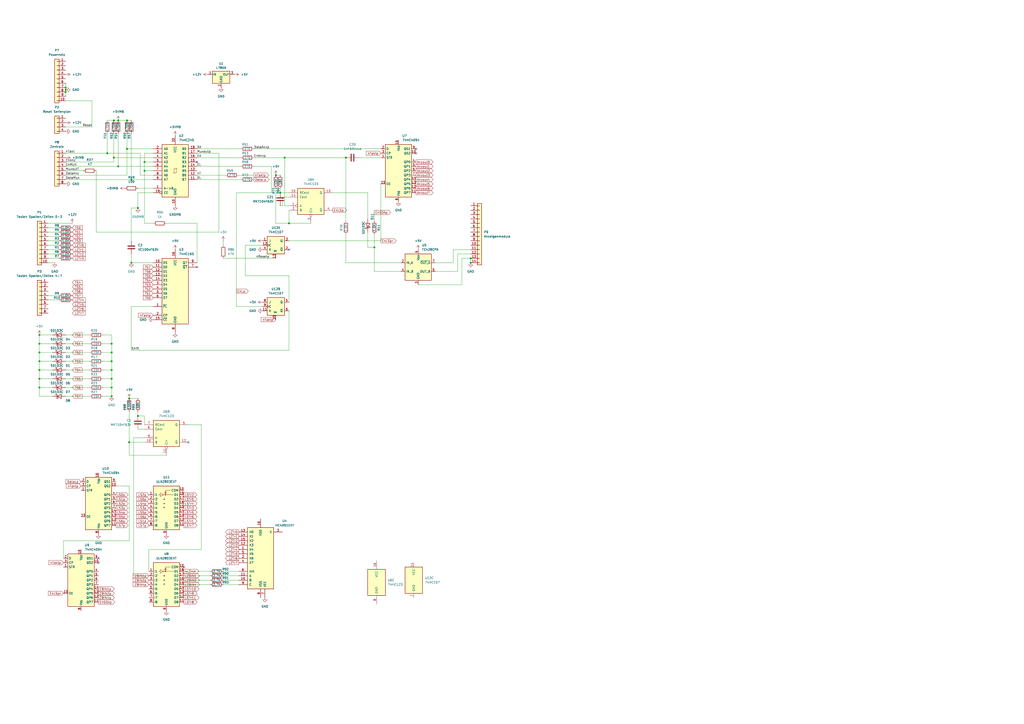
<source format=kicad_sch>
(kicad_sch (version 20250114) (generator "eeschema") (generator_version "9.0")
  (paper "A2")
  (junction (at 22.86 219.71))
  (junction (at 162.56 111.76))
  (junction (at 64.77 219.71))
  (junction (at 22.86 204.47))
  (junction (at 76.2 152.4))
  (junction (at 273.05 149.86))
  (junction (at 64.77 199.39))
  (junction (at 83.82 99.06))
  (junction (at 165.1 91.44))
  (junction (at 38.1 53.34))
  (junction (at 80.01 241.3))
  (junction (at 22.86 209.55))
  (junction (at 73.66 69.85))
  (junction (at 64.77 214.63))
  (junction (at 217.17 143.51))
  (junction (at 74.93 256.54))
  (junction (at 64.77 209.55))
  (junction (at 22.86 214.63))
  (junction (at 160.02 101.6))
  (junction (at 74.93 231.14))
  (junction (at 64.77 204.47))
  (junction (at 66.04 69.85))
  (junction (at 64.77 224.79))
  (junction (at 83.82 93.98))
  (junction (at 200.66 91.44))
  (junction (at 22.86 194.31))
  (junction (at 38.1 52.07))
  (junction (at 80.01 120.65))
  (junction (at 22.86 199.39))
  (junction (at 68.58 96.52))
  (junction (at 64.77 229.87))
  (junction (at 273.05 152.4))
  (junction (at 66.04 91.44))
  (junction (at 167.64 129.54))
  (junction (at 73.66 86.36))
  (junction (at 38.1 50.8))
  (junction (at 22.86 224.79))
  (junction (at 76.2 104.14))
  (junction (at 62.23 88.9))
  (junction (at 68.58 69.85))
  (no_connect (at 114.3 154.94))
  (no_connect (at 106.68 328.93))
  (no_connect (at 241.3 86.36))
  (no_connect (at 241.3 88.9))
  (no_connect (at 57.15 323.85))
  (no_connect (at 109.22 256.54))
  (no_connect (at 167.64 144.78))
  (no_connect (at 57.15 326.39))
  (no_connect (at 114.3 93.98))
  (wire (pts (xy 74.93 238.76) (xy 74.93 256.54)))
  (wire (pts (xy 74.93 231.14) (xy 80.01 231.14)))
  (wire (pts (xy 73.66 101.6) (xy 38.1 101.6)))
  (wire (pts (xy 38.1 96.52) (xy 68.58 96.52)))
  (wire (pts (xy 22.86 209.55) (xy 30.48 209.55)))
  (wire (pts (xy 38.1 194.31) (xy 52.07 194.31)))
  (wire (pts (xy 76.2 104.14) (xy 88.9 104.14)))
  (wire (pts (xy 96.52 129.54) (xy 114.3 129.54)))
  (wire (pts (xy 252.73 157.48) (xy 265.43 157.48)))
  (wire (pts (xy 67.31 281.94) (xy 74.93 281.94)))
  (wire (pts (xy 167.64 114.3) (xy 163.83 114.3)))
  (wire (pts (xy 55.88 99.06) (xy 55.88 134.62)))
  (wire (pts (xy 41.91 129.54) (xy 27.94 129.54)))
  (wire (pts (xy 83.82 99.06) (xy 83.82 129.54)))
  (wire (pts (xy 74.93 281.94) (xy 74.93 313.69)))
  (wire (pts (xy 22.86 204.47) (xy 22.86 199.39)))
  (wire (pts (xy 62.23 69.85) (xy 66.04 69.85)))
  (wire (pts (xy 22.86 194.31) (xy 30.48 194.31)))
  (wire (pts (xy 213.36 111.76) (xy 193.04 111.76)))
  (wire (pts (xy 30.48 229.87) (xy 22.86 229.87)))
  (wire (pts (xy 96.52 264.16) (xy 74.93 264.16)))
  (wire (pts (xy 165.1 91.44) (xy 147.32 91.44)))
  (wire (pts (xy 127 88.9) (xy 114.3 88.9)))
  (wire (pts (xy 22.86 224.79) (xy 30.48 224.79)))
  (wire (pts (xy 59.69 214.63) (xy 64.77 214.63)))
  (wire (pts (xy 59.69 204.47) (xy 64.77 204.47)))
  (wire (pts (xy 167.64 119.38) (xy 165.1 119.38)))
  (wire (pts (xy 127 134.62) (xy 127 88.9)))
  (wire (pts (xy 38.1 204.47) (xy 52.07 204.47)))
  (wire (pts (xy 66.04 69.85) (xy 68.58 69.85)))
  (wire (pts (xy 160.02 109.22) (xy 160.02 129.54)))
  (wire (pts (xy 66.04 91.44) (xy 88.9 91.44)))
  (wire (pts (xy 167.64 180.34) (xy 167.64 203.2)))
  (wire (pts (xy 22.86 199.39) (xy 22.86 194.31)))
  (wire (pts (xy 217.17 123.19) (xy 217.17 128.27)))
  (wire (pts (xy 152.4 142.24) (xy 142.24 142.24)))
  (wire (pts (xy 68.58 96.52) (xy 88.9 96.52)))
  (wire (pts (xy 22.86 204.47) (xy 30.48 204.47)))
  (wire (pts (xy 38.1 219.71) (xy 52.07 219.71)))
  (wire (pts (xy 66.04 93.98) (xy 66.04 91.44)))
  (wire (pts (xy 86.36 318.77) (xy 86.36 331.47)))
  (wire (pts (xy 73.66 86.36) (xy 73.66 101.6)))
  (wire (pts (xy 163.83 114.3) (xy 163.83 119.38)))
  (wire (pts (xy 64.77 224.79) (xy 64.77 219.71)))
  (wire (pts (xy 80.01 111.76) (xy 80.01 120.65)))
  (wire (pts (xy 64.77 209.55) (xy 64.77 204.47)))
  (wire (pts (xy 80.01 248.92) (xy 83.82 248.92)))
  (wire (pts (xy 36.83 313.69) (xy 36.83 323.85)))
  (wire (pts (xy 83.82 129.54) (xy 88.9 129.54)))
  (wire (pts (xy 88.9 88.9) (xy 83.82 88.9)))
  (wire (pts (xy 22.86 224.79) (xy 22.86 219.71)))
  (wire (pts (xy 76.2 77.47) (xy 76.2 104.14)))
  (wire (pts (xy 76.2 139.7) (xy 76.2 120.65)))
  (wire (pts (xy 27.94 149.86) (xy 34.29 149.86)))
  (wire (pts (xy 22.86 199.39) (xy 30.48 199.39)))
  (wire (pts (xy 38.1 93.98) (xy 66.04 93.98)))
  (wire (pts (xy 66.04 77.47) (xy 66.04 91.44)))
  (wire (pts (xy 232.41 152.4) (xy 200.66 152.4)))
  (wire (pts (xy 27.94 173.99) (xy 34.29 173.99)))
  (wire (pts (xy 27.94 147.32) (xy 34.29 147.32)))
  (wire (pts (xy 163.83 119.38) (xy 162.56 119.38)))
  (wire (pts (xy 38.1 48.26) (xy 38.1 50.8)))
  (wire (pts (xy 262.89 144.78) (xy 262.89 152.4)))
  (wire (pts (xy 88.9 111.76) (xy 80.01 111.76)))
  (wire (pts (xy 116.84 318.77) (xy 86.36 318.77)))
  (wire (pts (xy 200.66 152.4) (xy 200.66 135.89)))
  (wire (pts (xy 27.94 171.45) (xy 34.29 171.45)))
  (wire (pts (xy 76.2 177.8) (xy 88.9 177.8)))
  (wire (pts (xy 27.94 132.08) (xy 34.29 132.08)))
  (wire (pts (xy 160.02 101.6) (xy 162.56 101.6)))
  (wire (pts (xy 38.1 50.8) (xy 38.1 52.07)))
  (wire (pts (xy 142.24 160.02) (xy 167.64 160.02)))
  (wire (pts (xy 217.17 135.89) (xy 217.17 143.51)))
  (wire (pts (xy 114.3 96.52) (xy 139.7 96.52)))
  (wire (pts (xy 165.1 119.38) (xy 165.1 91.44)))
  (wire (pts (xy 129.54 139.7) (xy 129.54 142.24)))
  (wire (pts (xy 64.77 229.87) (xy 64.77 224.79)))
  (wire (pts (xy 59.69 224.79) (xy 64.77 224.79)))
  (wire (pts (xy 59.69 209.55) (xy 64.77 209.55)))
  (wire (pts (xy 22.86 229.87) (xy 22.86 224.79)))
  (wire (pts (xy 267.97 149.86) (xy 273.05 149.86)))
  (wire (pts (xy 83.82 93.98) (xy 83.82 99.06)))
  (wire (pts (xy 267.97 165.1) (xy 267.97 149.86)))
  (wire (pts (xy 73.66 69.85) (xy 76.2 69.85)))
  (wire (pts (xy 147.32 101.6) (xy 138.43 101.6)))
  (wire (pts (xy 62.23 88.9) (xy 38.1 88.9)))
  (wire (pts (xy 180.34 129.54) (xy 167.64 129.54)))
  (wire (pts (xy 242.57 165.1) (xy 267.97 165.1)))
  (wire (pts (xy 83.82 241.3) (xy 80.01 241.3)))
  (wire (pts (xy 208.28 91.44) (xy 220.98 91.44)))
  (wire (pts (xy 38.1 229.87) (xy 52.07 229.87)))
  (wire (pts (xy 38.1 53.34) (xy 38.1 55.88)))
  (wire (pts (xy 68.58 69.85) (xy 73.66 69.85)))
  (wire (pts (xy 80.01 238.76) (xy 80.01 241.3)))
  (wire (pts (xy 80.01 109.22) (xy 88.9 109.22)))
  (wire (pts (xy 83.82 254) (xy 77.47 254)))
  (wire (pts (xy 38.1 52.07) (xy 38.1 53.34)))
  (wire (pts (xy 213.36 127) (xy 213.36 111.76)))
  (wire (pts (xy 129.54 149.86) (xy 160.02 149.86)))
  (wire (pts (xy 217.17 143.51) (xy 213.36 143.51)))
  (wire (pts (xy 55.88 134.62) (xy 127 134.62)))
  (wire (pts (xy 27.94 144.78) (xy 34.29 144.78)))
  (wire (pts (xy 265.43 147.32) (xy 273.05 147.32)))
  (wire (pts (xy 167.64 160.02) (xy 167.64 175.26)))
  (wire (pts (xy 74.93 264.16) (xy 74.93 256.54)))
  (wire (pts (xy 217.17 157.48) (xy 232.41 157.48)))
  (wire (pts (xy 217.17 143.51) (xy 217.17 157.48)))
  (wire (pts (xy 83.82 99.06) (xy 88.9 99.06)))
  (wire (pts (xy 114.3 91.44) (xy 139.7 91.44)))
  (wire (pts (xy 22.86 219.71) (xy 30.48 219.71)))
  (wire (pts (xy 160.02 129.54) (xy 167.64 129.54)))
  (wire (pts (xy 53.34 73.66) (xy 53.34 58.42)))
  (wire (pts (xy 53.34 58.42) (xy 38.1 58.42)))
  (wire (pts (xy 106.68 331.47) (xy 121.92 331.47)))
  (wire (pts (xy 147.32 86.36) (xy 220.98 86.36)))
  (wire (pts (xy 22.86 219.71) (xy 22.86 214.63)))
  (wire (pts (xy 76.2 147.32) (xy 76.2 152.4)))
  (wire (pts (xy 88.9 86.36) (xy 73.66 86.36)))
  (wire (pts (xy 38.1 99.06) (xy 48.26 99.06)))
  (wire (pts (xy 165.1 91.44) (xy 200.66 91.44)))
  (wire (pts (xy 83.82 93.98) (xy 88.9 93.98)))
  (wire (pts (xy 265.43 157.48) (xy 265.43 147.32)))
  (wire (pts (xy 114.3 129.54) (xy 114.3 152.4)))
  (wire (pts (xy 137.16 177.8) (xy 137.16 111.76)))
  (wire (pts (xy 22.86 209.55) (xy 22.86 204.47)))
  (wire (pts (xy 27.94 134.62) (xy 34.29 134.62)))
  (wire (pts (xy 76.2 152.4) (xy 88.9 152.4)))
  (wire (pts (xy 76.2 203.2) (xy 76.2 177.8)))
  (wire (pts (xy 106.68 336.55) (xy 121.92 336.55)))
  (wire (pts (xy 220.98 106.68) (xy 220.98 139.7)))
  (wire (pts (xy 114.3 86.36) (xy 139.7 86.36)))
  (wire (pts (xy 81.28 88.9) (xy 62.23 88.9)))
  (wire (pts (xy 64.77 199.39) (xy 64.77 194.31)))
  (wire (pts (xy 137.16 111.76) (xy 157.48 111.76)))
  (wire (pts (xy 152.4 177.8) (xy 137.16 177.8)))
  (wire (pts (xy 64.77 214.63) (xy 64.77 209.55)))
  (wire (pts (xy 213.36 143.51) (xy 213.36 134.62)))
  (wire (pts (xy 109.22 246.38) (xy 116.84 246.38)))
  (wire (pts (xy 59.69 199.39) (xy 64.77 199.39)))
  (wire (pts (xy 157.48 111.76) (xy 157.48 96.52)))
  (wire (pts (xy 27.94 137.16) (xy 34.29 137.16)))
  (wire (pts (xy 68.58 77.47) (xy 68.58 96.52)))
  (wire (pts (xy 62.23 77.47) (xy 62.23 88.9)))
  (wire (pts (xy 77.47 254) (xy 77.47 334.01)))
  (wire (pts (xy 129.54 334.01) (xy 138.43 334.01)))
  (wire (pts (xy 74.93 313.69) (xy 36.83 313.69)))
  (wire (pts (xy 38.1 199.39) (xy 52.07 199.39)))
  (wire (pts (xy 167.64 111.76) (xy 162.56 111.76)))
  (wire (pts (xy 167.64 129.54) (xy 167.64 121.92)))
  (wire (pts (xy 74.93 256.54) (xy 83.82 256.54)))
  (wire (pts (xy 22.86 214.63) (xy 22.86 209.55)))
  (wire (pts (xy 38.1 224.79) (xy 52.07 224.79)))
  (wire (pts (xy 114.3 104.14) (xy 139.7 104.14)))
  (wire (pts (xy 38.1 214.63) (xy 52.07 214.63)))
  (wire (pts (xy 83.82 88.9) (xy 83.82 93.98)))
  (wire (pts (xy 220.98 139.7) (xy 167.64 139.7)))
  (wire (pts (xy 200.66 91.44) (xy 200.66 128.27)))
  (wire (pts (xy 88.9 101.6) (xy 81.28 101.6)))
  (wire (pts (xy 64.77 194.31) (xy 59.69 194.31)))
  (wire (pts (xy 162.56 111.76) (xy 162.56 109.22)))
  (wire (pts (xy 27.94 142.24) (xy 34.29 142.24)))
  (wire (pts (xy 81.28 101.6) (xy 81.28 88.9)))
  (wire (pts (xy 38.1 73.66) (xy 53.34 73.66)))
  (wire (pts (xy 38.1 104.14) (xy 76.2 104.14)))
  (wire (pts (xy 273.05 144.78) (xy 262.89 144.78)))
  (wire (pts (xy 73.66 77.47) (xy 73.66 86.36)))
  (wire (pts (xy 64.77 219.71) (xy 64.77 214.63)))
  (wire (pts (xy 116.84 246.38) (xy 116.84 318.77)))
  (wire (pts (xy 142.24 142.24) (xy 142.24 160.02)))
  (wire (pts (xy 114.3 101.6) (xy 130.81 101.6)))
  (wire (pts (xy 273.05 149.86) (xy 273.05 152.4)))
  (wire (pts (xy 106.68 339.09) (xy 121.92 339.09)))
  (wire (pts (xy 129.54 336.55) (xy 138.43 336.55)))
  (wire (pts (xy 27.94 152.4) (xy 31.75 152.4)))
  (wire (pts (xy 129.54 331.47) (xy 138.43 331.47)))
  (wire (pts (xy 106.68 334.01) (xy 121.92 334.01)))
  (wire (pts (xy 64.77 204.47) (xy 64.77 199.39)))
  (wire (pts (xy 38.1 209.55) (xy 52.07 209.55)))
  (wire (pts (xy 59.69 219.71) (xy 64.77 219.71)))
  (wire (pts (xy 77.47 334.01) (xy 86.36 334.01)))
  (wire (pts (xy 83.82 246.38) (xy 83.82 241.3)))
  (wire (pts (xy 59.69 229.87) (xy 64.77 229.87)))
  (wire (pts (xy 157.48 96.52) (xy 147.32 96.52)))
  (wire (pts (xy 76.2 120.65) (xy 80.01 120.65)))
  (wire (pts (xy 167.64 203.2) (xy 76.2 203.2)))
  (wire (pts (xy 27.94 139.7) (xy 34.29 139.7)))
  (wire (pts (xy 262.89 152.4) (xy 252.73 152.4)))
  (wire (pts (xy 129.54 339.09) (xy 138.43 339.09)))
  (wire (pts (xy 22.86 214.63) (xy 30.48 214.63)))
  (label "EnAnz" (at 38.1 93.98 0))
  (label "EnAnzp" (at 147.32 91.44 0))
  (label "nTakt" (at 38.1 88.9 0))
  (label "MuxoutT" (at 38.1 99.06 0))
  (label "EnMUX" (at 38.1 96.52 0))
  (label "Reset" (at 53.34 73.66 180))
  (label "nT" (at 114.3 101.6 0))
  (label "Muxoutp" (at 114.3 88.9 0))
  (label "nResetp" (at 156.21 149.86 180))
  (label "DL" (at 114.3 104.14 0))
  (label "DataMux" (at 38.1 104.14 0))
  (label "Shift" (at 76.2 203.2 0))
  (label "DataAnzp" (at 147.32 86.36 0))
  (label "EA" (at 114.3 91.44 0))
  (label "DataAnz" (at 38.1 101.6 0))
  (label "EL" (at 114.3 96.52 0))
  (label "DA" (at 114.3 86.36 0))
  (global_label "LSTr6" (shape output) (at 106.68 299.72 0) (property "Intersheetrefs" "${INTERSHEET_REFS}" (effects (hide yes))))
  (global_label "LS4p" (shape output) (at 67.31 297.18 0) (property "Intersheetrefs" "${INTERSHEET_REFS}" (effects (hide yes))))
  (global_label "LS3p" (shape output) (at 67.31 294.64 0) (property "Intersheetrefs" "${INTERSHEET_REFS}" (effects (hide yes))))
  (global_label "Anzout2" (shape output) (at 241.3 99.06 0) (property "Intersheetrefs" "${INTERSHEET_REFS}" (effects (hide yes))))
  (global_label "LZTr5" (shape output) (at 138.43 321.31 180) (property "Intersheetrefs" "${INTERSHEET_REFS}" (effects (hide yes))))
  (global_label "LZTr1" (shape output) (at 138.43 311.15 180) (property "Intersheetrefs" "${INTERSHEET_REFS}" (effects (hide yes))))
  (global_label "LSTr2" (shape output) (at 106.68 287.02 0) (property "Intersheetrefs" "${INTERSHEET_REFS}" (effects (hide yes))))
  (global_label "TS7" (shape input) (at 41.91 171.45 0) (property "Intersheetrefs" "${INTERSHEET_REFS}" (effects (hide yes))))
  (global_label "LZTr2" (shape output) (at 138.43 313.69 180) (property "Intersheetrefs" "${INTERSHEET_REFS}" (effects (hide yes))))
  (global_label "TS1" (shape input) (at 41.91 134.62 0) (property "Intersheetrefs" "${INTERSHEET_REFS}" (effects (hide yes))))
  (global_label "DataLp" (shape input) (at 46.99 279.4 180) (property "Intersheetrefs" "${INTERSHEET_REFS}" (effects (hide yes))))
  (global_label "nLZInh" (shape output) (at 106.68 331.47 0) (property "Intersheetrefs" "${INTERSHEET_REFS}" (effects (hide yes))))
  (global_label "LS6p" (shape input) (at 86.36 299.72 180) (property "Intersheetrefs" "${INTERSHEET_REFS}" (effects (hide yes))))
  (global_label "TS6" (shape input) (at 41.91 168.91 0) (property "Intersheetrefs" "${INTERSHEET_REFS}" (effects (hide yes))))
  (global_label "TS4" (shape input) (at 88.9 162.56 180) (property "Intersheetrefs" "${INTERSHEET_REFS}" (effects (hide yes))))
  (global_label "ZBIN1p" (shape output) (at 57.15 341.63 0) (property "Intersheetrefs" "${INTERSHEET_REFS}" (effects (hide yes))))
  (global_label "LSTr8" (shape output) (at 106.68 349.25 0) (property "Intersheetrefs" "${INTERSHEET_REFS}" (effects (hide yes))))
  (global_label "TS5" (shape input) (at 88.9 160.02 180) (property "Intersheetrefs" "${INTERSHEET_REFS}" (effects (hide yes))))
  (global_label "LSTr10" (shape output) (at 106.68 341.63 0) (property "Intersheetrefs" "${INTERSHEET_REFS}" (effects (hide yes))))
  (global_label "LZTr4" (shape input) (at 41.91 173.99 0) (property "Intersheetrefs" "${INTERSHEET_REFS}" (effects (hide yes))))
  (global_label "LS5p" (shape output) (at 67.31 299.72 0) (property "Intersheetrefs" "${INTERSHEET_REFS}" (effects (hide yes))))
  (global_label "EnLp" (shape output) (at 137.16 168.91 0) (property "Intersheetrefs" "${INTERSHEET_REFS}" (effects (hide yes))))
  (global_label "TS0" (shape input) (at 41.91 194.31 0) (property "Intersheetrefs" "${INTERSHEET_REFS}" (effects (hide yes))))
  (global_label "LSTr11" (shape output) (at 106.68 346.71 0) (property "Intersheetrefs" "${INTERSHEET_REFS}" (effects (hide yes))))
  (global_label "TS4" (shape input) (at 41.91 163.83 0) (property "Intersheetrefs" "${INTERSHEET_REFS}" (effects (hide yes))))
  (global_label "nTaktp" (shape input) (at 88.9 182.88 180) (property "Intersheetrefs" "${INTERSHEET_REFS}" (effects (hide yes))))
  (global_label "TS6" (shape input) (at 88.9 157.48 180) (property "Intersheetrefs" "${INTERSHEET_REFS}" (effects (hide yes))))
  (global_label "LZTr6" (shape output) (at 138.43 323.85 180) (property "Intersheetrefs" "${INTERSHEET_REFS}" (effects (hide yes))))
  (global_label "LS5p" (shape input) (at 86.36 297.18 180) (property "Intersheetrefs" "${INTERSHEET_REFS}" (effects (hide yes))))
  (global_label "LZTr6" (shape input) (at 41.91 179.07 0) (property "Intersheetrefs" "${INTERSHEET_REFS}" (effects (hide yes))))
  (global_label "LZTr0" (shape output) (at 138.43 308.61 180) (property "Intersheetrefs" "${INTERSHEET_REFS}" (effects (hide yes))))
  (global_label "LZTr3" (shape input) (at 41.91 149.86 0) (property "Intersheetrefs" "${INTERSHEET_REFS}" (effects (hide yes))))
  (global_label "LS1p" (shape output) (at 67.31 289.56 0) (property "Intersheetrefs" "${INTERSHEET_REFS}" (effects (hide yes))))
  (global_label "nTaktp" (shape input) (at 160.02 185.42 180) (property "Intersheetrefs" "${INTERSHEET_REFS}" (effects (hide yes))))
  (global_label "LS7p" (shape output) (at 67.31 304.8 0) (property "Intersheetrefs" "${INTERSHEET_REFS}" (effects (hide yes))))
  (global_label "LZTr2" (shape input) (at 41.91 147.32 0) (property "Intersheetrefs" "${INTERSHEET_REFS}" (effects (hide yes))))
  (global_label "Anzout5" (shape output) (at 241.3 106.68 0) (property "Intersheetrefs" "${INTERSHEET_REFS}" (effects (hide yes))))
  (global_label "TS5" (shape input) (at 41.91 219.71 0) (property "Intersheetrefs" "${INTERSHEET_REFS}" (effects (hide yes))))
  (global_label "Anzout3" (shape output) (at 241.3 101.6 0) (property "Intersheetrefs" "${INTERSHEET_REFS}" (effects (hide yes))))
  (global_label "TS2" (shape input) (at 41.91 204.47 0) (property "Intersheetrefs" "${INTERSHEET_REFS}" (effects (hide yes))))
  (global_label "TS0" (shape input) (at 88.9 172.72 180) (property "Intersheetrefs" "${INTERSHEET_REFS}" (effects (hide yes))))
  (global_label "LZBIN2" (shape output) (at 106.68 336.55 0) (property "Intersheetrefs" "${INTERSHEET_REFS}" (effects (hide yes))))
  (global_label "LS1p" (shape input) (at 86.36 302.26 180) (property "Intersheetrefs" "${INTERSHEET_REFS}" (effects (hide yes))))
  (global_label "LZTr0" (shape input) (at 41.91 142.24 0) (property "Intersheetrefs" "${INTERSHEET_REFS}" (effects (hide yes))))
  (global_label "LZTr7" (shape input) (at 41.91 181.61 0) (property "Intersheetrefs" "${INTERSHEET_REFS}" (effects (hide yes))))
  (global_label "TS0" (shape input) (at 41.91 132.08 0) (property "Intersheetrefs" "${INTERSHEET_REFS}" (effects (hide yes))))
  (global_label "TS2" (shape input) (at 41.91 137.16 0) (property "Intersheetrefs" "${INTERSHEET_REFS}" (effects (hide yes))))
  (global_label "nTaktp" (shape input) (at 36.83 326.39 180) (property "Intersheetrefs" "${INTERSHEET_REFS}" (effects (hide yes))))
  (global_label "ZBIN2p" (shape output) (at 57.15 344.17 0) (property "Intersheetrefs" "${INTERSHEET_REFS}" (effects (hide yes))))
  (global_label "nTaktp" (shape input) (at 46.99 281.94 180) (property "Intersheetrefs" "${INTERSHEET_REFS}" (effects (hide yes))))
  (global_label "TS3" (shape input) (at 41.91 139.7 0) (property "Intersheetrefs" "${INTERSHEET_REFS}" (effects (hide yes))))
  (global_label "LS2p" (shape input) (at 86.36 287.02 180) (property "Intersheetrefs" "${INTERSHEET_REFS}" (effects (hide yes))))
  (global_label "LSTr5" (shape output) (at 106.68 297.18 0) (property "Intersheetrefs" "${INTERSHEET_REFS}" (effects (hide yes))))
  (global_label "nTaktp" (shape output) (at 147.32 101.6 0) (property "Intersheetrefs" "${INTERSHEET_REFS}" (effects (hide yes))))
  (global_label "Anzout6" (shape output) (at 241.3 109.22 0) (property "Intersheetrefs" "${INTERSHEET_REFS}" (effects (hide yes))))
  (global_label "ZBIN4p" (shape output) (at 57.15 346.71 0) (property "Intersheetrefs" "${INTERSHEET_REFS}" (effects (hide yes))))
  (global_label "ZBIN2p" (shape input) (at 86.36 336.55 180) (property "Intersheetrefs" "${INTERSHEET_REFS}" (effects (hide yes))))
  (global_label "LZTr7" (shape output) (at 138.43 326.39 180) (property "Intersheetrefs" "${INTERSHEET_REFS}" (effects (hide yes))))
  (global_label "EnLSp" (shape output) (at 193.04 121.92 0) (property "Intersheetrefs" "${INTERSHEET_REFS}" (effects (hide yes))))
  (global_label "LZTr4" (shape output) (at 138.43 318.77 180) (property "Intersheetrefs" "${INTERSHEET_REFS}" (effects (hide yes))))
  (global_label "Anzout7" (shape output) (at 241.3 111.76 0) (property "Intersheetrefs" "${INTERSHEET_REFS}" (effects (hide yes))))
  (global_label "EnLSpr" (shape input) (at 36.83 344.17 180) (property "Intersheetrefs" "${INTERSHEET_REFS}" (effects (hide yes))))
  (global_label "LZBIN4" (shape output) (at 106.68 339.09 0) (property "Intersheetrefs" "${INTERSHEET_REFS}" (effects (hide yes))))
  (global_label "LS3p" (shape input) (at 86.36 294.64 180) (property "Intersheetrefs" "${INTERSHEET_REFS}" (effects (hide yes))))
  (global_label "LS4p" (shape input) (at 86.36 292.1 180) (property "Intersheetrefs" "${INTERSHEET_REFS}" (effects (hide yes))))
  (global_label "TS7" (shape input) (at 88.9 154.94 180) (property "Intersheetrefs" "${INTERSHEET_REFS}" (effects (hide yes))))
  (global_label "LS7p" (shape input) (at 86.36 304.8 180) (property "Intersheetrefs" "${INTERSHEET_REFS}" (effects (hide yes))))
  (global_label "EnSDAp" (shape output) (at 217.17 123.19 0) (property "Intersheetrefs" "${INTERSHEET_REFS}" (effects (hide yes))))
  (global_label "TS3" (shape input) (at 88.9 165.1 180) (property "Intersheetrefs" "${INTERSHEET_REFS}" (effects (hide yes))))
  (global_label "LS2p" (shape output) (at 67.31 292.1 0) (property "Intersheetrefs" "${INTERSHEET_REFS}" (effects (hide yes))))
  (global_label "LZBIN1" (shape output) (at 106.68 334.01 0) (property "Intersheetrefs" "${INTERSHEET_REFS}" (effects (hide yes))))
  (global_label "DataLp" (shape output) (at 147.32 104.14 0) (property "Intersheetrefs" "${INTERSHEET_REFS}" (effects (hide yes))))
  (global_label "Anzout0" (shape output) (at 241.3 93.98 0) (property "Intersheetrefs" "${INTERSHEET_REFS}" (effects (hide yes))))
  (global_label "ZBIN4p" (shape input) (at 86.36 339.09 180) (property "Intersheetrefs" "${INTERSHEET_REFS}" (effects (hide yes))))
  (global_label "LSTr3" (shape output) (at 106.68 294.64 0) (property "Intersheetrefs" "${INTERSHEET_REFS}" (effects (hide yes))))
  (global_label "TS4" (shape input) (at 41.91 214.63 0) (property "Intersheetrefs" "${INTERSHEET_REFS}" (effects (hide yes))))
  (global_label "LSTr9" (shape output) (at 106.68 344.17 0) (property "Intersheetrefs" "${INTERSHEET_REFS}" (effects (hide yes))))
  (global_label "LSTr4" (shape output) (at 106.68 292.1 0) (property "Intersheetrefs" "${INTERSHEET_REFS}" (effects (hide yes))))
  (global_label "TS5" (shape input) (at 41.91 166.37 0) (property "Intersheetrefs" "${INTERSHEET_REFS}" (effects (hide yes))))
  (global_label "LZTr3" (shape output) (at 138.43 316.23 180) (property "Intersheetrefs" "${INTERSHEET_REFS}" (effects (hide yes))))
  (global_label "TS1" (shape input) (at 88.9 170.18 180) (property "Intersheetrefs" "${INTERSHEET_REFS}" (effects (hide yes))))
  (global_label "ZBIN1p" (shape input) (at 86.36 334.01 180) (property "Intersheetrefs" "${INTERSHEET_REFS}" (effects (hide yes))))
  (global_label "Anzout1" (shape output) (at 241.3 96.52 0) (property "Intersheetrefs" "${INTERSHEET_REFS}" (effects (hide yes))))
  (global_label "EnSDAp" (shape output) (at 57.15 349.25 0) (property "Intersheetrefs" "${INTERSHEET_REFS}" (effects (hide yes))))
  (global_label "EnLSpr" (shape output) (at 220.98 139.7 0) (property "Intersheetrefs" "${INTERSHEET_REFS}" (effects (hide yes))))
  (global_label "LZTr5" (shape input) (at 41.91 176.53 0) (property "Intersheetrefs" "${INTERSHEET_REFS}" (effects (hide yes))))
  (global_label "LSTr1" (shape output) (at 106.68 302.26 0) (property "Intersheetrefs" "${INTERSHEET_REFS}" (effects (hide yes))))
  (global_label "TS2" (shape input) (at 88.9 167.64 180) (property "Intersheetrefs" "${INTERSHEET_REFS}" (effects (hide yes))))
  (global_label "LSTr7" (shape output) (at 106.68 304.8 0) (property "Intersheetrefs" "${INTERSHEET_REFS}" (effects (hide yes))))
  (global_label "LZTr1" (shape input) (at 41.91 144.78 0) (property "Intersheetrefs" "${INTERSHEET_REFS}" (effects (hide yes))))
  (global_label "nTaktp" (shape input) (at 220.98 88.9 180) (property "Intersheetrefs" "${INTERSHEET_REFS}" (effects (hide yes))))
  (global_label "LS0p" (shape output) (at 67.31 287.02 0) (property "Intersheetrefs" "${INTERSHEET_REFS}" (effects (hide yes))))
  (global_label "Anzout4" (shape output) (at 241.3 104.14 0) (property "Intersheetrefs" "${INTERSHEET_REFS}" (effects (hide yes))))
  (global_label "TS1" (shape input) (at 41.91 199.39 0) (property "Intersheetrefs" "${INTERSHEET_REFS}" (effects (hide yes))))
  (global_label "TS6" (shape input) (at 41.91 224.79 0) (property "Intersheetrefs" "${INTERSHEET_REFS}" (effects (hide yes))))
  (global_label "LS0p" (shape input) (at 86.36 289.56 180) (property "Intersheetrefs" "${INTERSHEET_REFS}" (effects (hide yes))))
  (global_label "LSTr0" (shape output) (at 106.68 289.56 0) (property "Intersheetrefs" "${INTERSHEET_REFS}" (effects (hide yes))))
  (global_label "TS7" (shape input) (at 41.91 229.87 0) (property "Intersheetrefs" "${INTERSHEET_REFS}" (effects (hide yes))))
  (global_label "LS6p" (shape output) (at 67.31 302.26 0) (property "Intersheetrefs" "${INTERSHEET_REFS}" (effects (hide yes))))
  (global_label "TS3" (shape input) (at 41.91 209.55 0) (property "Intersheetrefs" "${INTERSHEET_REFS}" (effects (hide yes))))
  (symbol (lib_id "4xxx:HEF4094B") (at 46.99 336.55 0) (unit 1)
    (property "Reference" "U9" (at 49.1333 316.23 0) (effects (justify left)))
    (property "Value" "74HC4094" (at 49.1333 318.77 0) (effects (justify left)))
    (property "Footprint" "Package_DIP:DIP-16_W7.62mm" (effects (hide yes)))
    (property "Datasheet" "https://assets.nexperia.com/documents/data-sheet/HEF4094B.pdf" (effects (hide yes)))
    (property "Description" "8-bit serial-in parallel-out shift register, 3..15V" (effects (hide yes)))
  )
  (symbol (lib_id "Device:R") (at 38.1 137.16 90) (unit 1)
    (property "Reference" "R4" (at 33.02 135.89 90))
    (property "Value" "1.0K" (at 38.1 137.16 90))
    (property "Footprint" "Resistor_THT:R_Axial_DIN0204_L3.6mm_D1.6mm_P7.62mm_Horizontal" (effects (hide yes)))
    (property "Description" "Resistor" (effects (hide yes)))
  )
  (symbol (lib_id "power:GNDA") (at 101.6 119.38 0) (unit 1)
    (property "Reference" "#PWR018" (effects (hide yes)))
    (property "Value" "GNDMB" (at 101.6 124.46 0))
    (property "Description" "Power symbol creates a global label with name \"GNDA\" , analog ground" (effects (hide yes)))
  )
  (symbol (lib_id "power:+12V") (at 38.1 71.12 270) (unit 1)
    (property "Reference" "#PWR019" (effects (hide yes)))
    (property "Value" "+12V" (at 41.91 71.1199 90) (effects (justify left)))
    (property "Description" "Power symbol creates a global label with name \"+12V\"" (effects (hide yes)))
  )
  (symbol (lib_id "Connector_Generic:Conn_01x10") (at 33.02 45.72 0) (mirror y) (unit 1)
    (property "Reference" "P7" (at 33.02 29.21 0))
    (property "Value" "Powernetz" (at 33.02 31.75 0))
    (property "Description" "Generic connector, single row, 01x10, script generated (kicad-library-utils/schlib/autogen/connector/)" (effects (hide yes)))
  )
  (symbol (lib_id "power:+5V") (at 242.57 144.78 0) (unit 1)
    (property "Reference" "#PWR024" (effects (hide yes)))
    (property "Value" "+5V" (at 242.57 139.7 0))
    (property "Description" "Power symbol creates a global label with name \"+5V\"" (effects (hide yes)))
  )
  (symbol (lib_id "74xx:74LS107") (at 240.03 336.55 0) (unit 3)
    (property "Reference" "U12" (at 246.38 335.2799 0) (effects (justify left)))
    (property "Value" "74HC107" (at 246.38 337.8199 0) (effects (justify left)))
    (property "Footprint" "Package_DIP:DIP-14_W7.62mm" (effects (hide yes)))
    (property "Datasheet" "http://www.ti.com/lit/gpn/sn74LS107" (effects (hide yes)))
    (property "Description" "Dual JK Flip-Flop, reset" (effects (hide yes)))
  )
  (symbol (lib_id "Device:R") (at 38.1 139.7 90) (unit 1)
    (property "Reference" "R3" (at 33.02 138.43 90))
    (property "Value" "1.0K" (at 38.1 139.7 90))
    (property "Footprint" "Resistor_THT:R_Axial_DIN0204_L3.6mm_D1.6mm_P7.62mm_Horizontal" (effects (hide yes)))
    (property "Description" "Resistor" (effects (hide yes)))
  )
  (symbol (lib_id "power:+5V") (at 101.6 144.78 0) (unit 1)
    (property "Reference" "#PWR013" (effects (hide yes)))
    (property "Value" "+5V" (at 101.6 139.7 0))
    (property "Description" "Power symbol creates a global label with name \"+5V\"" (effects (hide yes)))
  )
  (symbol (lib_id "power:GND") (at 273.05 152.4 0) (unit 1)
    (property "Reference" "#PWR023" (effects (hide yes)))
    (property "Value" "GND" (at 273.05 157.48 0))
    (property "Description" "Power symbol creates a global label with name \"GND\" , ground" (effects (hide yes)))
  )
  (symbol (lib_id "Device:C") (at 76.2 143.51 0) (unit 1)
    (property "Reference" "C2" (at 80.01 142.2399 0) (effects (justify left)))
    (property "Value" "VC100nF63V" (at 80.01 144.7799 0) (effects (justify left)))
    (property "Description" "Unpolarized capacitor" (effects (hide yes)))
  )
  (symbol (lib_id "Diode:1N6857") (at 34.29 219.71 0) (unit 1)
    (property "Reference" "D6" (at 39.37 222.25 0))
    (property "Value" "SD103C" (at 33.02 217.17 0))
    (property "Footprint" "Diode_THT:D_DO-35_SOD27_P7.62mm_Horizontal" (effects (hide yes)))
    (property "Datasheet" "https://www.microsemi.com/document-portal/doc_download/8865-lds-0040-datasheet" (effects (hide yes)))
    (property "Description" "20V 150mA Schottky diode, DO-35" (effects (hide yes)))
  )
  (symbol (lib_id "Device:R") (at 38.1 173.99 90) (unit 1)
    (property "Reference" "R10" (at 33.02 172.72 90))
    (property "Value" "1.0K" (at 38.1 173.99 90))
    (property "Footprint" "Resistor_THT:R_Axial_DIN0204_L3.6mm_D1.6mm_P7.62mm_Horizontal" (effects (hide yes)))
    (property "Description" "Resistor" (effects (hide yes)))
  )
  (symbol (lib_id "Diode:1N6857") (at 34.29 214.63 0) (unit 1)
    (property "Reference" "D5" (at 39.37 217.17 0))
    (property "Value" "SD103C" (at 33.02 212.09 0))
    (property "Footprint" "Diode_THT:D_DO-35_SOD27_P7.62mm_Horizontal" (effects (hide yes)))
    (property "Datasheet" "https://www.microsemi.com/document-portal/doc_download/8865-lds-0040-datasheet" (effects (hide yes)))
    (property "Description" "20V 150mA Schottky diode, DO-35" (effects (hide yes)))
  )
  (symbol (lib_id "power:+5VA") (at 38.1 91.44 270) (unit 1)
    (property "Reference" "#PWR017" (effects (hide yes)))
    (property "Value" "+5VMB" (at 41.91 91.4399 90) (effects (justify left)))
    (property "Description" "Power symbol creates a global label with name \"+5VA\"" (effects (hide yes)))
  )
  (symbol (lib_id "Device:R") (at 92.71 129.54 90) (unit 1)
    (property "Reference" "R55" (at 92.71 123.19 90))
    (property "Value" "1k" (at 92.71 125.73 90))
    (property "Footprint" "Resistor_THT:R_Axial_DIN0204_L3.6mm_D1.6mm_P7.62mm_Horizontal" (effects (hide yes)))
    (property "Description" "Resistor" (effects (hide yes)))
  )
  (symbol (lib_id "4xxx:HEF4094B") (at 231.14 99.06 0) (unit 1)
    (property "Reference" "U7" (at 233.2833 78.74 0) (effects (justify left)))
    (property "Value" "74HC4094" (at 233.2833 81.28 0) (effects (justify left)))
    (property "Footprint" "Package_DIP:DIP-16_W7.62mm" (effects (hide yes)))
    (property "Datasheet" "https://assets.nexperia.com/documents/data-sheet/HEF4094B.pdf" (effects (hide yes)))
    (property "Description" "8-bit serial-in parallel-out shift register, 3..15V" (effects (hide yes)))
  )
  (symbol (lib_id "Device:R") (at 125.73 334.01 90) (unit 1)
    (property "Reference" "R90" (at 130.81 332.74 90))
    (property "Value" "2.7K" (at 125.73 334.01 90))
    (property "Footprint" "Resistor_THT:R_Axial_DIN0204_L3.6mm_D1.6mm_P7.62mm_Horizontal" (effects (hide yes)))
    (property "Description" "Resistor" (effects (hide yes)))
  )
  (symbol (lib_id "power:GND") (at 38.1 106.68 90) (unit 1)
    (property "Reference" "#PWR0102" (effects (hide yes)))
    (property "Value" "GND" (at 41.91 106.6799 90) (effects (justify right)))
    (property "Description" "Power symbol creates a global label with name \"GND\" , ground" (effects (hide yes)))
  )
  (symbol (lib_id "Device:R") (at 55.88 199.39 90) (unit 1)
    (property "Reference" "R19" (at 54.61 196.85 90))
    (property "Value" "15K" (at 55.88 199.39 90))
    (property "Footprint" "Resistor_THT:R_Axial_DIN0204_L3.6mm_D1.6mm_P7.62mm_Horizontal" (effects (hide yes)))
    (property "Description" "Resistor" (effects (hide yes)))
  )
  (symbol (lib_id "power:GND") (at 88.9 185.42 270) (unit 1)
    (property "Reference" "#PWR05" (effects (hide yes)))
    (property "Value" "GND" (at 85.09 185.4199 90) (effects (justify right)))
    (property "Description" "Power symbol creates a global label with name \"GND\" , ground" (effects (hide yes)))
  )
  (symbol (lib_id "power:+12V") (at 41.91 129.54 0) (unit 1)
    (property "Reference" "#PWR010" (effects (hide yes)))
    (property "Value" "+12V" (at 41.91 124.46 0))
    (property "Description" "Power symbol creates a global label with name \"+12V\"" (effects (hide yes)))
  )
  (symbol (lib_id "Transistor_Array:ULN2803A") (at 96.52 292.1 0) (unit 1)
    (property "Reference" "U11" (at 96.52 276.86 0))
    (property "Value" "ULN2803EXT" (at 96.52 279.4 0))
    (property "Footprint" "Package_DIP:DIP-18_W7.62mm" (effects (hide yes)))
    (property "Datasheet" "http://www.ti.com/lit/ds/symlink/uln2803a.pdf" (effects (hide yes)))
    (property "Description" "Darlington Transistor Arrays, SOIC18/DIP18" (effects (hide yes)))
  )
  (symbol (lib_id "Connector_Generic:Conn_01x10") (at 22.86 139.7 0) (mirror y) (unit 1)
    (property "Reference" "P1" (at 22.86 123.19 0))
    (property "Value" "Tasten Spalten/Zeilen 0-3" (at 22.86 125.73 0))
    (property "Description" "Generic connector, single row, 01x10, script generated (kicad-library-utils/schlib/autogen/connector/)" (effects (hide yes)))
  )
  (symbol (lib_id "Device:R") (at 55.88 194.31 90) (unit 1)
    (property "Reference" "R20" (at 54.61 191.77 90))
    (property "Value" "15K" (at 55.88 194.31 90))
    (property "Footprint" "Resistor_THT:R_Axial_DIN0204_L3.6mm_D1.6mm_P7.62mm_Horizontal" (effects (hide yes)))
    (property "Description" "Resistor" (effects (hide yes)))
  )
  (symbol (lib_id "power:GND") (at 153.67 346.71 0) (unit 1)
    (property "Reference" "#PWR030" (effects (hide yes)))
    (property "Value" "GND" (at 153.67 351.79 0))
    (property "Description" "Power symbol creates a global label with name \"GND\" , ground" (effects (hide yes)))
  )
  (symbol (lib_id "Connector_Generic:Conn_01x14") (at 278.13 134.62 0) (unit 1)
    (property "Reference" "P9" (at 280.67 134.6199 0) (effects (justify left)))
    (property "Value" "Anzeigenmodule" (at 280.67 137.1599 0) (effects (justify left)))
    (property "Description" "Generic connector, single row, 01x14, script generated (kicad-library-utils/schlib/autogen/connector/)" (effects (hide yes)))
  )
  (symbol (lib_id "Device:R") (at 80.01 234.95 180) (unit 1)
    (property "Reference" "R89" (at 77.47 236.22 90))
    (property "Value" "68K" (at 80.01 234.95 90))
    (property "Footprint" "Resistor_THT:R_Axial_DIN0204_L3.6mm_D1.6mm_P7.62mm_Horizontal" (effects (hide yes)))
    (property "Description" "Resistor" (effects (hide yes)))
  )
  (symbol (lib_id "74xx:74HC123") (at 180.34 116.84 0) (unit 1)
    (property "Reference" "U6" (at 180.34 104.14 0))
    (property "Value" "74HC123" (at 180.34 106.68 0))
    (property "Footprint" "Package_DIP:DIP-16_W7.62mm" (effects (hide yes)))
    (property "Datasheet" "https://assets.nexperia.com/documents/data-sheet/74HC_HCT123.pdf" (effects (hide yes)))
    (property "Description" "Dual retriggerable monostable multivibrator" (effects (hide yes)))
  )
  (symbol (lib_id "power:GND") (at 152.4 180.34 270) (unit 1)
    (property "Reference" "#PWR06" (effects (hide yes)))
    (property "Value" "GND" (at 148.59 180.3399 90) (effects (justify right)))
    (property "Description" "Power symbol creates a global label with name \"GND\" , ground" (effects (hide yes)))
  )
  (symbol (lib_id "Device:R") (at 160.02 105.41 180) (unit 1)
    (property "Reference" "R71" (at 158.75 110.49 90))
    (property "Value" "10K" (at 160.02 105.41 90))
    (property "Footprint" "Resistor_THT:R_Axial_DIN0204_L3.6mm_D1.6mm_P7.62mm_Horizontal" (effects (hide yes)))
    (property "Description" "Resistor" (effects (hide yes)))
  )
  (symbol (lib_id "power:GND") (at 31.75 152.4 0) (unit 1)
    (property "Reference" "#PWR011" (effects (hide yes)))
    (property "Value" "GND" (at 31.75 157.48 0))
    (property "Description" "Power symbol creates a global label with name \"GND\" , ground" (effects (hide yes)))
  )
  (symbol (lib_id "Device:R") (at 38.1 132.08 90) (unit 1)
    (property "Reference" "R8" (at 33.02 130.81 90))
    (property "Value" "1.0K" (at 38.1 132.08 90))
    (property "Footprint" "Resistor_THT:R_Axial_DIN0204_L3.6mm_D1.6mm_P7.62mm_Horizontal" (effects (hide yes)))
    (property "Description" "Resistor" (effects (hide yes)))
  )
  (symbol (lib_id "Device:R") (at 125.73 339.09 90) (unit 1)
    (property "Reference" "R93" (at 130.81 337.82 90))
    (property "Value" "2.7K" (at 125.73 339.09 90))
    (property "Footprint" "Resistor_THT:R_Axial_DIN0204_L3.6mm_D1.6mm_P7.62mm_Horizontal" (effects (hide yes)))
    (property "Description" "Resistor" (effects (hide yes)))
  )
  (symbol (lib_id "Device:R") (at 52.07 99.06 90) (unit 1)
    (property "Reference" "R37" (at 52.07 92.71 90))
    (property "Value" "47" (at 52.07 95.25 90))
    (property "Footprint" "Resistor_THT:R_Axial_DIN0204_L3.6mm_D1.6mm_P7.62mm_Horizontal" (effects (hide yes)))
    (property "Description" "Resistor" (effects (hide yes)))
  )
  (symbol (lib_id "Diode:1N6857") (at 213.36 130.81 90) (unit 1)
    (property "Reference" "D11" (at 215.9 125.73 0))
    (property "Value" "SD103C" (at 210.82 132.08 0))
    (property "Footprint" "Diode_THT:D_DO-35_SOD27_P7.62mm_Horizontal" (effects (hide yes)))
    (property "Datasheet" "https://www.microsemi.com/document-portal/doc_download/8865-lds-0040-datasheet" (effects (hide yes)))
    (property "Description" "20V 150mA Schottky diode, DO-35" (effects (hide yes)))
  )
  (symbol (lib_id "Device:R") (at 143.51 96.52 90) (unit 1)
    (property "Reference" "R58" (at 142.24 93.98 90))
    (property "Value" "270" (at 143.51 96.52 90))
    (property "Footprint" "Resistor_THT:R_Axial_DIN0204_L3.6mm_D1.6mm_P7.62mm_Horizontal" (effects (hide yes)))
    (property "Description" "Resistor" (effects (hide yes)))
  )
  (symbol (lib_id "Transistor_Array:ULN2803A") (at 96.52 336.55 0) (unit 1)
    (property "Reference" "U8" (at 96.52 321.31 0))
    (property "Value" "ULN2803EXT" (at 96.52 323.85 0))
    (property "Footprint" "Package_DIP:DIP-18_W7.62mm" (effects (hide yes)))
    (property "Datasheet" "http://www.ti.com/lit/ds/symlink/uln2803a.pdf" (effects (hide yes)))
    (property "Description" "Darlington Transistor Arrays, SOIC18/DIP18" (effects (hide yes)))
  )
  (symbol (lib_id "Diode:1N6857") (at 34.29 209.55 0) (unit 1)
    (property "Reference" "D1" (at 39.37 212.09 0))
    (property "Value" "SD103C" (at 33.02 207.01 0))
    (property "Footprint" "Diode_THT:D_DO-35_SOD27_P7.62mm_Horizontal" (effects (hide yes)))
    (property "Datasheet" "https://www.microsemi.com/document-portal/doc_download/8865-lds-0040-datasheet" (effects (hide yes)))
    (property "Description" "20V 150mA Schottky diode, DO-35" (effects (hide yes)))
  )
  (symbol (lib_id "power:+5V") (at 22.86 194.31 0) (unit 1)
    (property "Reference" "#PWR015" (effects (hide yes)))
    (property "Value" "+5V" (at 22.86 189.23 0))
    (property "Description" "Power symbol creates a global label with name \"+5V\"" (effects (hide yes)))
  )
  (symbol (lib_id "Device:R") (at 200.66 132.08 180) (unit 1)
    (property "Reference" "R70" (at 198.12 132.08 90))
    (property "Value" "1.0K" (at 200.66 132.08 90))
    (property "Footprint" "Resistor_THT:R_Axial_DIN0204_L3.6mm_D1.6mm_P7.62mm_Horizontal" (effects (hide yes)))
    (property "Description" "Resistor" (effects (hide yes)))
  )
  (symbol (lib_id "Device:C") (at 204.47 91.44 90) (unit 1)
    (property "Reference" "C20" (at 204.47 83.82 90))
    (property "Value" "1nF63Vvca" (at 204.47 86.36 90))
    (property "Description" "Unpolarized capacitor" (effects (hide yes)))
  )
  (symbol (lib_id "Device:R") (at 62.23 73.66 180) (unit 1)
    (property "Reference" "R56" (at 60.96 78.74 90))
    (property "Value" "470R" (at 62.23 73.66 90))
    (property "Footprint" "Resistor_THT:R_Axial_DIN0204_L3.6mm_D1.6mm_P7.62mm_Horizontal" (effects (hide yes)))
    (property "Description" "Resistor" (effects (hide yes)))
  )
  (symbol (lib_id "power:+5VA") (at 68.58 69.85 0) (unit 1)
    (property "Reference" "#PWR027" (effects (hide yes)))
    (property "Value" "+5VMB" (at 68.58 64.77 0))
    (property "Description" "Power symbol creates a global label with name \"+5VA\"" (effects (hide yes)))
  )
  (symbol (lib_id "Device:R") (at 125.73 331.47 90) (unit 1)
    (property "Reference" "R92" (at 130.81 330.2 90))
    (property "Value" "2.7K" (at 125.73 331.47 90))
    (property "Footprint" "Resistor_THT:R_Axial_DIN0204_L3.6mm_D1.6mm_P7.62mm_Horizontal" (effects (hide yes)))
    (property "Description" "Resistor" (effects (hide yes)))
  )
  (symbol (lib_id "power:GND") (at 152.4 144.78 270) (unit 1)
    (property "Reference" "#PWR07" (effects (hide yes)))
    (property "Value" "GND" (at 148.59 144.7799 90) (effects (justify right)))
    (property "Description" "Power symbol creates a global label with name \"GND\" , ground" (effects (hide yes)))
  )
  (symbol (lib_id "power:+5V") (at 152.4 175.26 90) (unit 1)
    (property "Reference" "#PWR08" (effects (hide yes)))
    (property "Value" "+5V" (at 148.59 175.2599 90) (effects (justify left)))
    (property "Description" "Power symbol creates a global label with name \"+5V\"" (effects (hide yes)))
  )
  (symbol (lib_id "74xx:74LS107") (at 160.02 142.24 0) (unit 1)
    (property "Reference" "U12" (at 160.02 132.08 0))
    (property "Value" "74HC107" (at 160.02 134.62 0))
    (property "Footprint" "Package_DIP:DIP-14_W7.62mm" (effects (hide yes)))
    (property "Datasheet" "http://www.ti.com/lit/gpn/sn74LS107" (effects (hide yes)))
    (property "Description" "Dual JK Flip-Flop, reset" (effects (hide yes)))
  )
  (symbol (lib_id "Connector_Generic:Conn_01x08") (at 22.86 171.45 0) (mirror y) (unit 1)
    (property "Reference" "P3" (at 22.86 157.48 0))
    (property "Value" "Tasten Spalten/Zeilen 4-7" (at 22.86 160.02 0))
    (property "Description" "Generic connector, single row, 01x08, script generated (kicad-library-utils/schlib/autogen/connector/)" (effects (hide yes)))
  )
  (symbol (lib_id "power:+12V") (at 38.1 43.18 270) (unit 1)
    (property "Reference" "#PWR016" (effects (hide yes)))
    (property "Value" "+12V" (at 41.91 43.1799 90) (effects (justify left)))
    (property "Description" "Power symbol creates a global label with name \"+12V\"" (effects (hide yes)))
  )
  (symbol (lib_id "Device:R") (at 143.51 91.44 90) (unit 1)
    (property "Reference" "R53" (at 142.24 88.9 90))
    (property "Value" "270" (at 143.51 91.44 90))
    (property "Footprint" "Resistor_THT:R_Axial_DIN0204_L3.6mm_D1.6mm_P7.62mm_Horizontal" (effects (hide yes)))
    (property "Description" "Resistor" (effects (hide yes)))
  )
  (symbol (lib_id "Device:R") (at 73.66 73.66 180) (unit 1)
    (property "Reference" "R50" (at 72.39 78.74 90))
    (property "Value" "470R" (at 73.66 73.66 90))
    (property "Footprint" "Resistor_THT:R_Axial_DIN0204_L3.6mm_D1.6mm_P7.62mm_Horizontal" (effects (hide yes)))
    (property "Description" "Resistor" (effects (hide yes)))
  )
  (symbol (lib_id "4xxx:HEF4094B") (at 57.15 292.1 0) (unit 1)
    (property "Reference" "U10" (at 59.2933 271.78 0) (effects (justify left)))
    (property "Value" "74HC4094" (at 59.2933 274.32 0) (effects (justify left)))
    (property "Footprint" "Package_DIP:DIP-16_W7.62mm" (effects (hide yes)))
    (property "Datasheet" "https://assets.nexperia.com/documents/data-sheet/HEF4094B.pdf" (effects (hide yes)))
    (property "Description" "8-bit serial-in parallel-out shift register, 3..15V" (effects (hide yes)))
  )
  (symbol (lib_id "Device:R") (at 76.2 73.66 180) (unit 1)
    (property "Reference" "R57" (at 74.93 78.74 90))
    (property "Value" "470R" (at 76.2 73.66 90))
    (property "Footprint" "Resistor_THT:R_Axial_DIN0204_L3.6mm_D1.6mm_P7.62mm_Horizontal" (effects (hide yes)))
    (property "Description" "Resistor" (effects (hide yes)))
  )
  (symbol (lib_id "power:+5V") (at 135.89 43.18 270) (unit 1)
    (property "Reference" "#PWR033" (effects (hide yes)))
    (property "Value" "+5V" (at 139.7 43.1799 90) (effects (justify left)))
    (property "Description" "Power symbol creates a global label with name \"+5V\"" (effects (hide yes)))
  )
  (symbol (lib_id "74xx:74LS107") (at 160.02 177.8 0) (unit 2)
    (property "Reference" "U12" (at 160.02 167.64 0))
    (property "Value" "74HC107" (at 160.02 170.18 0))
    (property "Footprint" "Package_DIP:DIP-14_W7.62mm" (effects (hide yes)))
    (property "Datasheet" "http://www.ti.com/lit/gpn/sn74LS107" (effects (hide yes)))
    (property "Description" "Dual JK Flip-Flop, reset" (effects (hide yes)))
  )
  (symbol (lib_id "Device:R") (at 55.88 219.71 90) (unit 1)
    (property "Reference" "R22" (at 54.61 217.17 90))
    (property "Value" "15K" (at 55.88 219.71 90))
    (property "Footprint" "Resistor_THT:R_Axial_DIN0204_L3.6mm_D1.6mm_P7.62mm_Horizontal" (effects (hide yes)))
    (property "Description" "Resistor" (effects (hide yes)))
  )
  (symbol (lib_id "Device:R") (at 38.1 147.32 90) (unit 1)
    (property "Reference" "R6" (at 33.02 146.05 90))
    (property "Value" "1.0K" (at 38.1 147.32 90))
    (property "Footprint" "Resistor_THT:R_Axial_DIN0204_L3.6mm_D1.6mm_P7.62mm_Horizontal" (effects (hide yes)))
    (property "Description" "Resistor" (effects (hide yes)))
  )
  (symbol (lib_id "power:GND") (at 96.52 309.88 0) (unit 1)
    (property "Reference" "#PWR029" (effects (hide yes)))
    (property "Value" "GND" (at 96.52 314.96 0))
    (property "Description" "Power symbol creates a global label with name \"GND\" , ground" (effects (hide yes)))
  )
  (symbol (lib_id "Device:R") (at 55.88 214.63 90) (unit 1)
    (property "Reference" "R21" (at 54.61 212.09 90))
    (property "Value" "15K" (at 55.88 214.63 90))
    (property "Footprint" "Resistor_THT:R_Axial_DIN0204_L3.6mm_D1.6mm_P7.62mm_Horizontal" (effects (hide yes)))
    (property "Description" "Resistor" (effects (hide yes)))
  )
  (symbol (lib_id "power:GNDA") (at 80.01 120.65 0) (unit 1)
    (property "Reference" "#PWR01" (effects (hide yes)))
    (property "Value" "GNDMB" (at 80.01 125.73 0))
    (property "Description" "Power symbol creates a global label with name \"GNDA\" , analog ground" (effects (hide yes)))
  )
  (symbol (lib_id "Device:R") (at 55.88 209.55 90) (unit 1)
    (property "Reference" "R17" (at 54.61 207.01 90))
    (property "Value" "15K" (at 55.88 209.55 90))
    (property "Footprint" "Resistor_THT:R_Axial_DIN0204_L3.6mm_D1.6mm_P7.62mm_Horizontal" (effects (hide yes)))
    (property "Description" "Resistor" (effects (hide yes)))
  )
  (symbol (lib_id "4xxx:4051") (at 151.13 323.85 0) (unit 1)
    (property "Reference" "U4" (at 165.1 302.1898 0))
    (property "Value" "HC4051EXT" (at 165.1 304.7298 0))
    (property "Footprint" "Package_DIP:DIP-16_W7.62mm" (effects (hide yes)))
    (property "Datasheet" "http://www.intersil.com/content/dam/Intersil/documents/cd40/cd4051bms-52bms-53bms.pdf" (effects (hide yes)))
    (property "Description" "Analog Multiplexer 8 to 1 lins" (effects (hide yes)))
  )
  (symbol (lib_id "power:GND") (at 64.77 229.87 0) (unit 1)
    (property "Reference" "#PWR012" (effects (hide yes)))
    (property "Value" "GND" (at 64.77 234.95 0))
    (property "Description" "Power symbol creates a global label with name \"GND\" , ground" (effects (hide yes)))
  )
  (symbol (lib_id "Device:R") (at 38.1 149.86 90) (unit 1)
    (property "Reference" "R7" (at 33.02 148.59 90))
    (property "Value" "1.0K" (at 38.1 149.86 90))
    (property "Footprint" "Resistor_THT:R_Axial_DIN0204_L3.6mm_D1.6mm_P7.62mm_Horizontal" (effects (hide yes)))
    (property "Description" "Resistor" (effects (hide yes)))
  )
  (symbol (lib_id "Device:R") (at 38.1 171.45 90) (unit 1)
    (property "Reference" "R9" (at 33.02 170.18 90))
    (property "Value" "1.0K" (at 38.1 171.45 90))
    (property "Footprint" "Resistor_THT:R_Axial_DIN0204_L3.6mm_D1.6mm_P7.62mm_Horizontal" (effects (hide yes)))
    (property "Description" "Resistor" (effects (hide yes)))
  )
  (symbol (lib_id "Device:R") (at 143.51 86.36 90) (unit 1)
    (property "Reference" "R51" (at 142.24 83.82 90))
    (property "Value" "270" (at 143.51 86.36 90))
    (property "Footprint" "Resistor_THT:R_Axial_DIN0204_L3.6mm_D1.6mm_P7.62mm_Horizontal" (effects (hide yes)))
    (property "Description" "Resistor" (effects (hide yes)))
  )
  (symbol (lib_id "74xx:74HC165") (at 101.6 167.64 0) (unit 1)
    (property "Reference" "U3" (at 103.7433 144.78 0) (effects (justify left)))
    (property "Value" "74HC165" (at 103.7433 147.32 0) (effects (justify left)))
    (property "Footprint" "Package_DIP:DIP-16_W7.62mm" (effects (hide yes)))
    (property "Datasheet" "https://assets.nexperia.com/documents/data-sheet/74HC_HCT165.pdf" (effects (hide yes)))
    (property "Description" "Shift Register, 8-bit, Parallel Load" (effects (hide yes)))
  )
  (symbol (lib_id "Device:R") (at 38.1 144.78 90) (unit 1)
    (property "Reference" "R1" (at 33.02 143.51 90))
    (property "Value" "1.0K" (at 38.1 144.78 90))
    (property "Footprint" "Resistor_THT:R_Axial_DIN0204_L3.6mm_D1.6mm_P7.62mm_Horizontal" (effects (hide yes)))
    (property "Description" "Resistor" (effects (hide yes)))
  )
  (symbol (lib_id "Device:R") (at 162.56 105.41 180) (unit 1)
    (property "Reference" "R60" (at 161.29 110.49 90))
    (property "Value" "18K" (at 162.56 105.41 90))
    (property "Footprint" "Resistor_THT:R_Axial_DIN0204_L3.6mm_D1.6mm_P7.62mm_Horizontal" (effects (hide yes)))
    (property "Description" "Resistor" (effects (hide yes)))
  )
  (symbol (lib_id "Device:R") (at 74.93 234.95 180) (unit 1)
    (property "Reference" "R88" (at 72.39 236.22 90))
    (property "Value" "100R" (at 74.93 234.95 90))
    (property "Footprint" "Resistor_THT:R_Axial_DIN0204_L3.6mm_D1.6mm_P7.62mm_Horizontal" (effects (hide yes)))
    (property "Description" "Resistor" (effects (hide yes)))
  )
  (symbol (lib_id "Device:R") (at 55.88 224.79 90) (unit 1)
    (property "Reference" "R23" (at 54.61 222.25 90))
    (property "Value" "15K" (at 55.88 224.79 90))
    (property "Footprint" "Resistor_THT:R_Axial_DIN0204_L3.6mm_D1.6mm_P7.62mm_Horizontal" (effects (hide yes)))
    (property "Description" "Resistor" (effects (hide yes)))
  )
  (symbol (lib_id "Diode:1N6857") (at 34.29 224.79 0) (unit 1)
    (property "Reference" "D7" (at 39.37 227.33 0))
    (property "Value" "SD103C" (at 33.02 222.25 0))
    (property "Footprint" "Diode_THT:D_DO-35_SOD27_P7.62mm_Horizontal" (effects (hide yes)))
    (property "Datasheet" "https://www.microsemi.com/document-portal/doc_download/8865-lds-0040-datasheet" (effects (hide yes)))
    (property "Description" "20V 150mA Schottky diode, DO-35" (effects (hide yes)))
  )
  (symbol (lib_id "power:GND") (at 101.6 193.04 0) (unit 1)
    (property "Reference" "#PWR02" (effects (hide yes)))
    (property "Value" "GND" (at 101.6 198.12 0))
    (property "Description" "Power symbol creates a global label with name \"GND\" , ground" (effects (hide yes)))
  )
  (symbol (lib_id "Device:R") (at 55.88 204.47 90) (unit 1)
    (property "Reference" "R18" (at 54.61 201.93 90))
    (property "Value" "15K" (at 55.88 204.47 90))
    (property "Footprint" "Resistor_THT:R_Axial_DIN0204_L3.6mm_D1.6mm_P7.62mm_Horizontal" (effects (hide yes)))
    (property "Description" "Resistor" (effects (hide yes)))
  )
  (symbol (lib_id "Device:R") (at 134.62 101.6 90) (unit 1)
    (property "Reference" "R59" (at 133.35 99.06 90))
    (property "Value" "270" (at 134.62 101.6 90))
    (property "Footprint" "Resistor_THT:R_Axial_DIN0204_L3.6mm_D1.6mm_P7.62mm_Horizontal" (effects (hide yes)))
    (property "Description" "Resistor" (effects (hide yes)))
  )
  (symbol (lib_id "Connector_Generic:Conn_01x04") (at 33.02 71.12 0) (mirror y) (unit 1)
    (property "Reference" "P2" (at 33.02 62.23 0))
    (property "Value" "Reset Serienplan" (at 33.02 64.77 0))
    (property "Description" "Generic connector, single row, 01x04, script generated (kicad-library-utils/schlib/autogen/connector/)" (effects (hide yes)))
  )
  (symbol (lib_id "Device:C") (at 80.01 245.11 0) (mirror y) (unit 1)
    (property "Reference" "C1" (at 76.2 243.8399 0) (effects (justify left)))
    (property "Value" "MKT10nF63V" (at 76.2 246.3799 0) (effects (justify left)))
    (property "Description" "Unpolarized capacitor" (effects (hide yes)))
  )
  (symbol (lib_id "74xx:74HC123") (at 218.44 337.82 0) (unit 3)
    (property "Reference" "U6" (at 224.79 336.5499 0) (effects (justify left)))
    (property "Value" "74HC123" (at 224.79 339.0899 0) (effects (justify left)))
    (property "Footprint" "Package_DIP:DIP-16_W7.62mm" (effects (hide yes)))
    (property "Datasheet" "https://assets.nexperia.com/documents/data-sheet/74HC_HCT123.pdf" (effects (hide yes)))
    (property "Description" "Dual retriggerable monostable multivibrator" (effects (hide yes)))
  )
  (symbol (lib_id "power:+5VA") (at 101.6 78.74 0) (unit 1)
    (property "Reference" "#PWR014" (effects (hide yes)))
    (property "Value" "+5VMB" (at 101.6 73.66 0))
    (property "Description" "Power symbol creates a global label with name \"+5VA\"" (effects (hide yes)))
  )
  (symbol (lib_id "Device:R") (at 76.2 109.22 90) (unit 1)
    (property "Reference" "R49" (at 76.2 102.87 90))
    (property "Value" "100" (at 76.2 105.41 90))
    (property "Footprint" "Resistor_THT:R_Axial_DIN0204_L3.6mm_D1.6mm_P7.62mm_Horizontal" (effects (hide yes)))
    (property "Description" "Resistor" (effects (hide yes)))
  )
  (symbol (lib_id "power:+5V") (at 129.54 139.7 0) (unit 1)
    (property "Reference" "#PWR022" (effects (hide yes)))
    (property "Value" "+5V" (at 129.54 134.62 0))
    (property "Description" "Power symbol creates a global label with name \"+5V\"" (effects (hide yes)))
  )
  (symbol (lib_id "Regulator_Linear:L7805") (at 128.27 43.18 0) (unit 1)
    (property "Reference" "U1" (at 128.27 36.83 0))
    (property "Value" "L7805" (at 128.27 39.37 0))
    (property "Footprint" "Package_TO_SOT_THT:TO-220F-3_Horizontal_TabDown" (effects (hide yes)))
    (property "Datasheet" "http://www.st.com/content/ccc/resource/technical/document/datasheet/41/4f/b3/b0/12/d4/47/88/CD00000444.pdf/files/CD00000444.pdf/jcr:content/translations/en.CD00000444.pdf" (effects (hide yes)))
    (property "Description" "Positive 1.5A 35V Linear Regulator, Fixed Output 5V, TO-220/TO-263/TO-252" (effects (hide yes)))
  )
  (symbol (lib_id "power:GND") (at 76.2 152.4 0) (unit 1)
    (property "Reference" "#PWR04" (effects (hide yes)))
    (property "Value" "GND" (at 76.2 157.48 0))
    (property "Description" "Power symbol creates a global label with name \"GND\" , ground" (effects (hide yes)))
  )
  (symbol (lib_id "Driver_FET:TC4428xOA") (at 242.57 154.94 0) (unit 1)
    (property "Reference" "U5" (at 244.7133 142.24 0) (effects (justify left)))
    (property "Value" "TC428CPA" (at 244.7133 144.78 0) (effects (justify left)))
    (property "Footprint" "Package_DIP:DIP-8_W7.62mm" (effects (hide yes)))
    (property "Datasheet" "https://ww1.microchip.com/downloads/en/DeviceDoc/20001422G.pdf" (effects (hide yes)))
    (property "Description" "1.5A Dual High-Speed Power MOSFET Drivers, 4.5..18V supply, TTL/CMOS compatible inputs, complementary drivers, SOIC-8" (effects (hide yes)))
  )
  (symbol (lib_id "Device:R") (at 217.17 132.08 0) (mirror x) (unit 1)
    (property "Reference" "R11" (at 219.71 132.08 90))
    (property "Value" "1.0K" (at 217.17 132.08 90))
    (property "Footprint" "Resistor_THT:R_Axial_DIN0204_L3.6mm_D1.6mm_P7.62mm_Horizontal" (effects (hide yes)))
    (property "Description" "Resistor" (effects (hide yes)))
  )
  (symbol (lib_id "power:GND") (at 38.1 76.2 90) (unit 1)
    (property "Reference" "#PWR020" (effects (hide yes)))
    (property "Value" "GND" (at 41.91 76.1999 90) (effects (justify right)))
    (property "Description" "Power symbol creates a global label with name \"GND\" , ground" (effects (hide yes)))
  )
  (symbol (lib_id "Device:C") (at 162.56 115.57 0) (mirror y) (unit 1)
    (property "Reference" "C21" (at 158.75 114.2999 0) (effects (justify left)))
    (property "Value" "MKT10nF63V" (at 158.75 116.8399 0) (effects (justify left)))
    (property "Description" "Unpolarized capacitor" (effects (hide yes)))
  )
  (symbol (lib_id "power:GND") (at 128.27 50.8 0) (unit 1)
    (property "Reference" "#PWR034" (effects (hide yes)))
    (property "Value" "GND" (at 128.27 55.88 0))
    (property "Description" "Power symbol creates a global label with name \"GND\" , ground" (effects (hide yes)))
  )
  (symbol (lib_id "Diode:1N6857") (at 34.29 229.87 0) (unit 1)
    (property "Reference" "D8" (at 39.37 232.41 0))
    (property "Value" "SD103C" (at 33.02 227.33 0))
    (property "Footprint" "Diode_THT:D_DO-35_SOD27_P7.62mm_Horizontal" (effects (hide yes)))
    (property "Datasheet" "https://www.microsemi.com/document-portal/doc_download/8865-lds-0040-datasheet" (effects (hide yes)))
    (property "Description" "20V 150mA Schottky diode, DO-35" (effects (hide yes)))
  )
  (symbol (lib_id "Device:R") (at 38.1 142.24 90) (unit 1)
    (property "Reference" "R2" (at 33.02 140.97 90))
    (property "Value" "1.0K" (at 38.1 142.24 90))
    (property "Footprint" "Resistor_THT:R_Axial_DIN0204_L3.6mm_D1.6mm_P7.62mm_Horizontal" (effects (hide yes)))
    (property "Description" "Resistor" (effects (hide yes)))
  )
  (symbol (lib_id "Device:R") (at 38.1 134.62 90) (unit 1)
    (property "Reference" "R5" (at 33.02 133.35 90))
    (property "Value" "1.0K" (at 38.1 134.62 90))
    (property "Footprint" "Resistor_THT:R_Axial_DIN0204_L3.6mm_D1.6mm_P7.62mm_Horizontal" (effects (hide yes)))
    (property "Description" "Resistor" (effects (hide yes)))
  )
  (symbol (lib_id "Device:R") (at 129.54 146.05 180) (unit 1)
    (property "Reference" "R86" (at 132.08 144.7799 0) (effects (justify right)))
    (property "Value" "47K" (at 132.08 147.3199 0) (effects (justify right)))
    (property "Footprint" "Resistor_THT:R_Axial_DIN0204_L3.6mm_D1.6mm_P7.62mm_Horizontal" (effects (hide yes)))
    (property "Description" "Resistor" (effects (hide yes)))
  )
  (symbol (lib_id "Device:R") (at 55.88 229.87 90) (unit 1)
    (property "Reference" "R27" (at 54.61 227.33 90))
    (property "Value" "15K" (at 55.88 229.87 90))
    (property "Footprint" "Resistor_THT:R_Axial_DIN0204_L3.6mm_D1.6mm_P7.62mm_Horizontal" (effects (hide yes)))
    (property "Description" "Resistor" (effects (hide yes)))
  )
  (symbol (lib_id "74xx:74HC245") (at 101.6 99.06 0) (unit 1)
    (property "Reference" "U2" (at 103.7433 78.74 0) (effects (justify left)))
    (property "Value" "74HC245" (at 103.7433 81.28 0) (effects (justify left)))
    (property "Footprint" "Package_DIP:DIP-20_W7.62mm" (effects (hide yes)))
    (property "Datasheet" "http://www.ti.com/lit/gpn/sn74HC245" (effects (hide yes)))
    (property "Description" "Octal BUS Transceivers, 3-State outputs" (effects (hide yes)))
  )
  (symbol (lib_id "Diode:1N6857") (at 34.29 194.31 0) (unit 1)
    (property "Reference" "D4" (at 39.37 196.85 0))
    (property "Value" "SD103C" (at 33.02 191.77 0))
    (property "Footprint" "Diode_THT:D_DO-35_SOD27_P7.62mm_Horizontal" (effects (hide yes)))
    (property "Datasheet" "https://www.microsemi.com/document-portal/doc_download/8865-lds-0040-datasheet" (effects (hide yes)))
    (property "Description" "20V 150mA Schottky diode, DO-35" (effects (hide yes)))
  )
  (symbol (lib_id "Device:R") (at 68.58 73.66 180) (unit 1)
    (property "Reference" "R54" (at 67.31 78.74 90))
    (property "Value" "470R" (at 68.58 73.66 90))
    (property "Footprint" "Resistor_THT:R_Axial_DIN0204_L3.6mm_D1.6mm_P7.62mm_Horizontal" (effects (hide yes)))
    (property "Description" "Resistor" (effects (hide yes)))
  )
  (symbol (lib_id "Diode:1N6857") (at 34.29 204.47 0) (unit 1)
    (property "Reference" "D2" (at 39.37 207.01 0))
    (property "Value" "SD103C" (at 33.02 201.93 0))
    (property "Footprint" "Diode_THT:D_DO-35_SOD27_P7.62mm_Horizontal" (effects (hide yes)))
    (property "Datasheet" "https://www.microsemi.com/document-portal/doc_download/8865-lds-0040-datasheet" (effects (hide yes)))
    (property "Description" "20V 150mA Schottky diode, DO-35" (effects (hide yes)))
  )
  (symbol (lib_id "Device:R") (at 125.73 336.55 90) (unit 1)
    (property "Reference" "R91" (at 130.81 335.28 90))
    (property "Value" "2.7K" (at 125.73 336.55 90))
    (property "Footprint" "Resistor_THT:R_Axial_DIN0204_L3.6mm_D1.6mm_P7.62mm_Horizontal" (effects (hide yes)))
    (property "Description" "Resistor" (effects (hide yes)))
  )
  (symbol (lib_id "power:+5VA") (at 72.39 109.22 90) (unit 1)
    (property "Reference" "#PWR026" (effects (hide yes)))
    (property "Value" "+5VMB" (at 68.58 109.2199 90) (effects (justify left)))
    (property "Description" "Power symbol creates a global label with name \"+5VA\"" (effects (hide yes)))
  )
  (symbol (lib_id "power:+5V") (at 74.93 231.14 0) (unit 1)
    (property "Reference" "#PWR031" (effects (hide yes)))
    (property "Value" "+5V" (at 74.93 226.06 0))
    (property "Description" "Power symbol creates a global label with name \"+5V\"" (effects (hide yes)))
  )
  (symbol (lib_id "Device:R") (at 143.51 104.14 90) (unit 1)
    (property "Reference" "R72" (at 142.24 101.6 90))
    (property "Value" "270" (at 143.51 104.14 90))
    (property "Footprint" "Resistor_THT:R_Axial_DIN0204_L3.6mm_D1.6mm_P7.62mm_Horizontal" (effects (hide yes)))
    (property "Description" "Resistor" (effects (hide yes)))
  )
  (symbol (lib_id "power:+12V") (at 120.65 43.18 90) (unit 1)
    (property "Reference" "#PWR032" (effects (hide yes)))
    (property "Value" "+12V" (at 116.84 43.1799 90) (effects (justify left)))
    (property "Description" "Power symbol creates a global label with name \"+12V\"" (effects (hide yes)))
  )
  (symbol (lib_id "Diode:1N6857") (at 34.29 199.39 0) (unit 1)
    (property "Reference" "D3" (at 39.37 201.93 0))
    (property "Value" "SD103C" (at 33.02 196.85 0))
    (property "Footprint" "Diode_THT:D_DO-35_SOD27_P7.62mm_Horizontal" (effects (hide yes)))
    (property "Datasheet" "https://www.microsemi.com/document-portal/doc_download/8865-lds-0040-datasheet" (effects (hide yes)))
    (property "Description" "20V 150mA Schottky diode, DO-35" (effects (hide yes)))
  )
  (symbol (lib_id "power:+5V") (at 160.02 101.6 0) (unit 1)
    (property "Reference" "#PWR025" (effects (hide yes)))
    (property "Value" "+5V" (at 160.02 96.52 0))
    (property "Description" "Power symbol creates a global label with name \"+5V\"" (effects (hide yes)))
  )
  (symbol (lib_id "power:+5V") (at 152.4 139.7 90) (unit 1)
    (property "Reference" "#PWR09" (effects (hide yes)))
    (property "Value" "+5V" (at 148.59 139.6999 90) (effects (justify left)))
    (property "Description" "Power symbol creates a global label with name \"+5V\"" (effects (hide yes)))
  )
  (symbol (lib_id "power:GND") (at 38.1 52.07 90) (unit 1)
    (property "Reference" "#PWR021" (effects (hide yes)))
    (property "Value" "GND" (at 41.91 52.0699 90) (effects (justify right)))
    (property "Description" "Power symbol creates a global label with name \"GND\" , ground" (effects (hide yes)))
  )
  (symbol (lib_id "power:GND") (at 96.52 354.33 0) (unit 1)
    (property "Reference" "#PWR028" (effects (hide yes)))
    (property "Value" "GND" (at 96.52 359.41 0))
    (property "Description" "Power symbol creates a global label with name \"GND\" , ground" (effects (hide yes)))
  )
  (symbol (lib_id "power:GND") (at 231.14 116.84 0) (unit 1)
    (property "Reference" "#PWR03" (effects (hide yes)))
    (property "Value" "GND" (at 231.14 121.92 0))
    (property "Description" "Power symbol creates a global label with name \"GND\" , ground" (effects (hide yes)))
  )
  (symbol (lib_id "Device:R") (at 66.04 73.66 180) (unit 1)
    (property "Reference" "R52" (at 64.77 78.74 90))
    (property "Value" "470R" (at 66.04 73.66 90))
    (property "Footprint" "Resistor_THT:R_Axial_DIN0204_L3.6mm_D1.6mm_P7.62mm_Horizontal" (effects (hide yes)))
    (property "Description" "Resistor" (effects (hide yes)))
  )
  (symbol (lib_id "power:GND") (at 57.15 309.88 0) (unit 1)
    (property "Reference" "#PWR035" (effects (hide yes)))
    (property "Value" "GND" (at 57.15 314.96 0))
    (property "Description" "Power symbol creates a global label with name \"GND\" , ground" (effects (hide yes)))
  )
  (symbol (lib_id "74xx:74HC123") (at 96.52 251.46 0) (unit 2)
    (property "Reference" "U6" (at 96.52 238.76 0))
    (property "Value" "74HC123" (at 96.52 241.3 0))
    (property "Footprint" "Package_DIP:DIP-16_W7.62mm" (effects (hide yes)))
    (property "Datasheet" "https://assets.nexperia.com/documents/data-sheet/74HC_HCT123.pdf" (effects (hide yes)))
    (property "Description" "Dual retriggerable monostable multivibrator" (effects (hide yes)))
  )
  (symbol (lib_id "Connector_Generic:Conn_01x08") (at 33.02 96.52 0) (mirror y) (unit 1)
    (property "Reference" "P8" (at 33.02 82.55 0))
    (property "Value" "Zentrale" (at 33.02 85.09 0))
    (property "Description" "Generic connector, single row, 01x08, script generated (kicad-library-utils/schlib/autogen/connector/)" (effects (hide yes)))
  )
)
</source>
